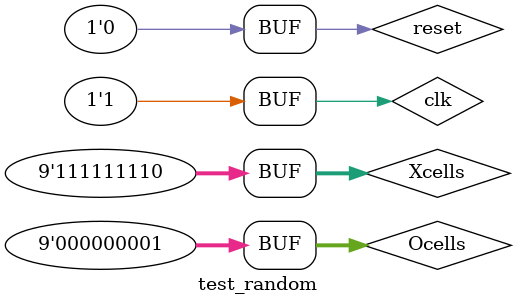
<source format=sv>
module test_random();
	logic clk;
	logic reset;
	reg [8:0] Xcells;
	reg [8:0] Ocells;
	reg [3:0] random;
	
   random_generator     test
								(Xcells,
								 Ocells,
								 clk,
								 reset,
								 random
								);	
	initial begin
		clk = 0;
		reset = 0;
		#1
		reset = 1;
		clk = 1;
		#1;
		reset = 0;
		clk = 0; 
		#1;
		Xcells = 9'b111_111_110;
		Ocells = 9'b000_000_001;
		#1;
		clk = 1;
		#1;
		clk = 0;
		#1;
		clk = 1;
		#1;
		clk = 0;
		#1;
		clk = 1;
		#1;
		clk = 0;
		#1;
		clk = 1;
		#1;
		clk = 0;
		#1;
		clk = 1;
		#1;
		clk = 0;
		#1;
		clk = 1;
		#1;
		clk = 0;
		#1;
		clk = 1;
		#1;
		clk = 0;
		#1;	
		clk = 1;
		#1;
	//	$display($sformatf("%d", random));

	end


endmodule
</source>
